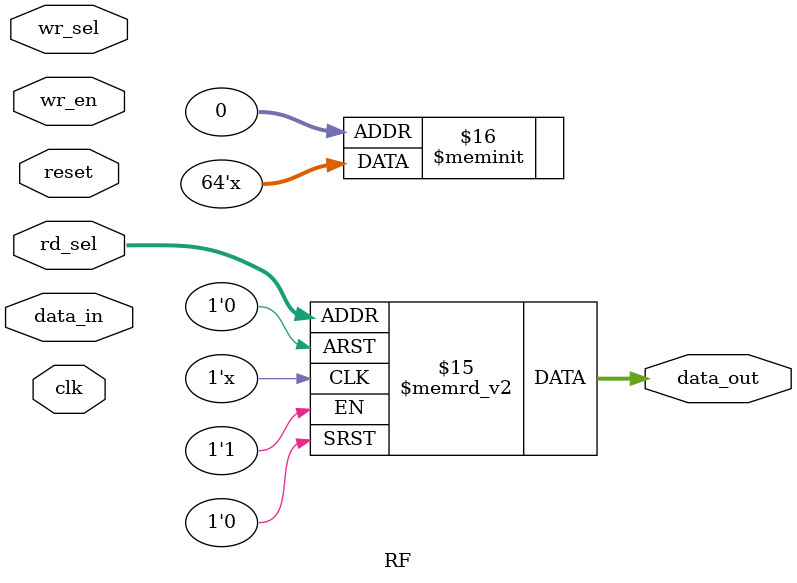
<source format=v>
`timescale 1ns / 1ns
module RF(clk, reset, rd_sel, wr_sel, wr_en, data_in, data_out);
    input clk;
    input reset;
    input [2:0] rd_sel;
    input [2:0] wr_sel;
    input wr_en;
    input [7:0] data_in;
    output reg [7:0] data_out;
    reg [7:0] r [7:0];
    integer i;

    always @(posedge clk)
    begin
	 if(wr_en)
		r[wr_sel] <= data_in;
        
	 end

    always @(*)
    begin
	 if(reset)
		begin
		  for(i = 0; i < 8; i = i + 1)
			begin
            r[i] <= 8'b0;
			end
		end 
    data_out <= r[rd_sel];
    end


endmodule
</source>
